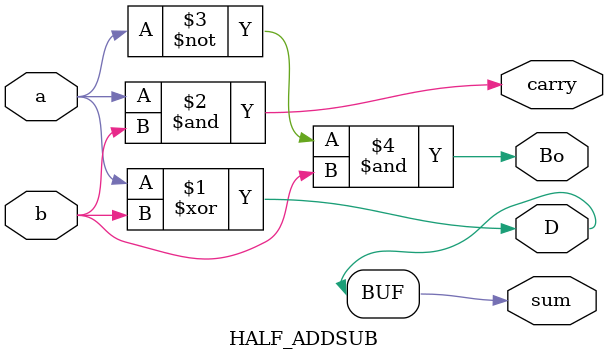
<source format=v>
module HALF_ADDSUB(a,b,sum,carry,D,Bo);
input a,b;
output sum,carry,D,Bo; // Outputs sum and carry for half adder:Outputs difference D,Borrow Bo for half subtractor
//TYPE HERE THE COMMAND FOR SUM GENERATION IN GATE LEVEL MODELLING
xor(sum, a, b);
//TYPE HERE THE COMMAND FOR CARRY GENERATION IN GATE LEVEL MODELLING
and(carry, a, b);
//Type logic for half subtractor difference D,Borrow Bo using gate level modelling
assign D = sum;
assign Bo = ~a & b;
endmodule

</source>
